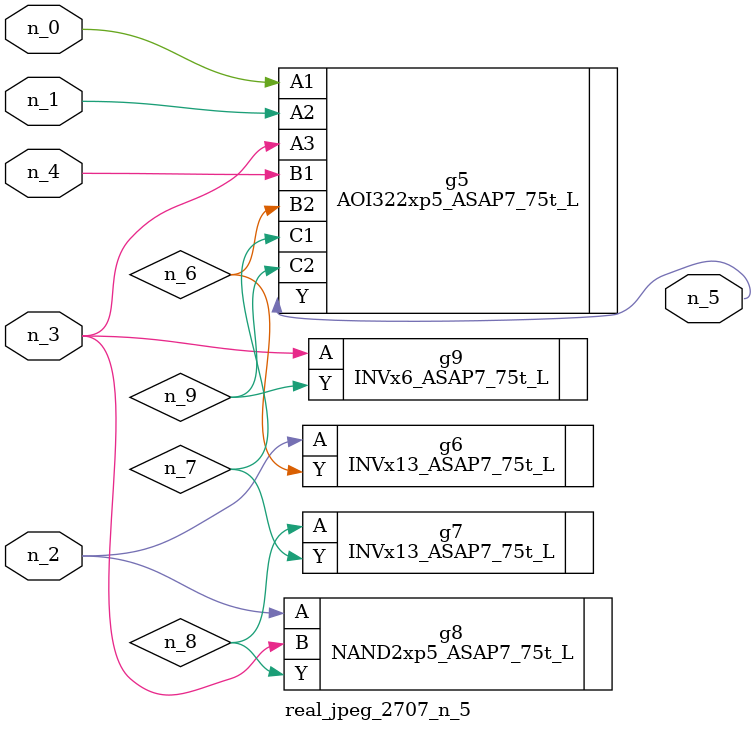
<source format=v>
module real_jpeg_2707_n_5 (n_4, n_0, n_1, n_2, n_3, n_5);

input n_4;
input n_0;
input n_1;
input n_2;
input n_3;

output n_5;

wire n_8;
wire n_6;
wire n_7;
wire n_9;

AOI322xp5_ASAP7_75t_L g5 ( 
.A1(n_0),
.A2(n_1),
.A3(n_3),
.B1(n_4),
.B2(n_6),
.C1(n_7),
.C2(n_9),
.Y(n_5)
);

INVx13_ASAP7_75t_L g6 ( 
.A(n_2),
.Y(n_6)
);

NAND2xp5_ASAP7_75t_L g8 ( 
.A(n_2),
.B(n_3),
.Y(n_8)
);

INVx6_ASAP7_75t_L g9 ( 
.A(n_3),
.Y(n_9)
);

INVx13_ASAP7_75t_L g7 ( 
.A(n_8),
.Y(n_7)
);


endmodule
</source>
